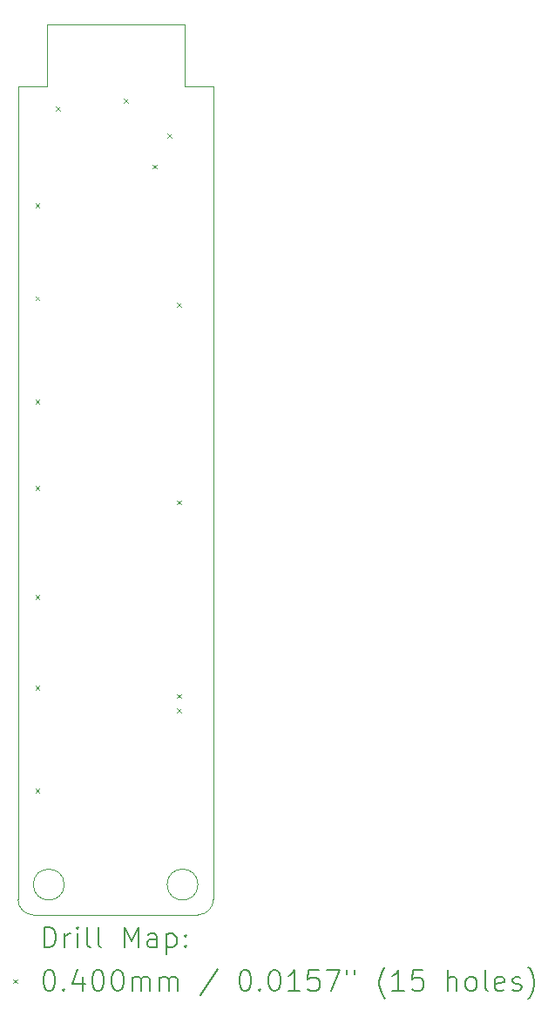
<source format=gbr>
%TF.GenerationSoftware,KiCad,Pcbnew,7.0.8*%
%TF.CreationDate,2023-10-16T19:49:08-07:00*%
%TF.ProjectId,Seismos_4-Key,53656973-6d6f-4735-9f34-2d4b65792e6b,rev?*%
%TF.SameCoordinates,Original*%
%TF.FileFunction,Drillmap*%
%TF.FilePolarity,Positive*%
%FSLAX45Y45*%
G04 Gerber Fmt 4.5, Leading zero omitted, Abs format (unit mm)*
G04 Created by KiCad (PCBNEW 7.0.8) date 2023-10-16 19:49:08*
%MOMM*%
%LPD*%
G01*
G04 APERTURE LIST*
%ADD10C,0.100000*%
%ADD11C,0.200000*%
%ADD12C,0.040000*%
G04 APERTURE END LIST*
D10*
X3750000Y-10993934D02*
X3750000Y-3100000D01*
X5500000Y-11143934D02*
X3900000Y-11143934D01*
X3749996Y-10993934D02*
G75*
G03*
X3900000Y-11143934I150004J4D01*
G01*
X4030000Y-2500000D02*
X4030000Y-3100000D01*
X3750000Y-3100000D02*
X4030000Y-3100000D01*
X5500000Y-10850000D02*
G75*
G03*
X5500000Y-10850000I-150000J0D01*
G01*
X5650000Y-3100000D02*
X5370000Y-3100000D01*
X5500000Y-11143930D02*
G75*
G03*
X5650000Y-10993934I0J150000D01*
G01*
X5650000Y-3100000D02*
X5650000Y-10993934D01*
X5370000Y-3100000D02*
X5370000Y-2500000D01*
X4200000Y-10850000D02*
G75*
G03*
X4200000Y-10850000I-150000J0D01*
G01*
X4030000Y-2500000D02*
X5370000Y-2500000D01*
D11*
D12*
X3920000Y-4240000D02*
X3960000Y-4280000D01*
X3960000Y-4240000D02*
X3920000Y-4280000D01*
X3920000Y-5140000D02*
X3960000Y-5180000D01*
X3960000Y-5140000D02*
X3920000Y-5180000D01*
X3920000Y-6140000D02*
X3960000Y-6180000D01*
X3960000Y-6140000D02*
X3920000Y-6180000D01*
X3920000Y-6980000D02*
X3960000Y-7020000D01*
X3960000Y-6980000D02*
X3920000Y-7020000D01*
X3920000Y-8040000D02*
X3960000Y-8080000D01*
X3960000Y-8040000D02*
X3920000Y-8080000D01*
X3920000Y-8920000D02*
X3960000Y-8960000D01*
X3960000Y-8920000D02*
X3920000Y-8960000D01*
X3920000Y-9920000D02*
X3960000Y-9960000D01*
X3960000Y-9920000D02*
X3920000Y-9960000D01*
X4120000Y-3300000D02*
X4160000Y-3340000D01*
X4160000Y-3300000D02*
X4120000Y-3340000D01*
X4780000Y-3220000D02*
X4820000Y-3260000D01*
X4820000Y-3220000D02*
X4780000Y-3260000D01*
X5060000Y-3860000D02*
X5100000Y-3900000D01*
X5100000Y-3860000D02*
X5060000Y-3900000D01*
X5200000Y-3560000D02*
X5240000Y-3600000D01*
X5240000Y-3560000D02*
X5200000Y-3600000D01*
X5296050Y-5200000D02*
X5336050Y-5240000D01*
X5336050Y-5200000D02*
X5296050Y-5240000D01*
X5296050Y-7120000D02*
X5336050Y-7160000D01*
X5336050Y-7120000D02*
X5296050Y-7160000D01*
X5296050Y-9000000D02*
X5336050Y-9040000D01*
X5336050Y-9000000D02*
X5296050Y-9040000D01*
X5296050Y-9140000D02*
X5336050Y-9180000D01*
X5336050Y-9140000D02*
X5296050Y-9180000D01*
D11*
X4005777Y-11460418D02*
X4005777Y-11260418D01*
X4005777Y-11260418D02*
X4053396Y-11260418D01*
X4053396Y-11260418D02*
X4081967Y-11269942D01*
X4081967Y-11269942D02*
X4101015Y-11288989D01*
X4101015Y-11288989D02*
X4110539Y-11308037D01*
X4110539Y-11308037D02*
X4120062Y-11346132D01*
X4120062Y-11346132D02*
X4120062Y-11374703D01*
X4120062Y-11374703D02*
X4110539Y-11412799D01*
X4110539Y-11412799D02*
X4101015Y-11431846D01*
X4101015Y-11431846D02*
X4081967Y-11450894D01*
X4081967Y-11450894D02*
X4053396Y-11460418D01*
X4053396Y-11460418D02*
X4005777Y-11460418D01*
X4205777Y-11460418D02*
X4205777Y-11327084D01*
X4205777Y-11365180D02*
X4215301Y-11346132D01*
X4215301Y-11346132D02*
X4224824Y-11336608D01*
X4224824Y-11336608D02*
X4243872Y-11327084D01*
X4243872Y-11327084D02*
X4262920Y-11327084D01*
X4329586Y-11460418D02*
X4329586Y-11327084D01*
X4329586Y-11260418D02*
X4320063Y-11269942D01*
X4320063Y-11269942D02*
X4329586Y-11279465D01*
X4329586Y-11279465D02*
X4339110Y-11269942D01*
X4339110Y-11269942D02*
X4329586Y-11260418D01*
X4329586Y-11260418D02*
X4329586Y-11279465D01*
X4453396Y-11460418D02*
X4434348Y-11450894D01*
X4434348Y-11450894D02*
X4424824Y-11431846D01*
X4424824Y-11431846D02*
X4424824Y-11260418D01*
X4558158Y-11460418D02*
X4539110Y-11450894D01*
X4539110Y-11450894D02*
X4529586Y-11431846D01*
X4529586Y-11431846D02*
X4529586Y-11260418D01*
X4786729Y-11460418D02*
X4786729Y-11260418D01*
X4786729Y-11260418D02*
X4853396Y-11403275D01*
X4853396Y-11403275D02*
X4920063Y-11260418D01*
X4920063Y-11260418D02*
X4920063Y-11460418D01*
X5101015Y-11460418D02*
X5101015Y-11355656D01*
X5101015Y-11355656D02*
X5091491Y-11336608D01*
X5091491Y-11336608D02*
X5072444Y-11327084D01*
X5072444Y-11327084D02*
X5034348Y-11327084D01*
X5034348Y-11327084D02*
X5015301Y-11336608D01*
X5101015Y-11450894D02*
X5081967Y-11460418D01*
X5081967Y-11460418D02*
X5034348Y-11460418D01*
X5034348Y-11460418D02*
X5015301Y-11450894D01*
X5015301Y-11450894D02*
X5005777Y-11431846D01*
X5005777Y-11431846D02*
X5005777Y-11412799D01*
X5005777Y-11412799D02*
X5015301Y-11393751D01*
X5015301Y-11393751D02*
X5034348Y-11384227D01*
X5034348Y-11384227D02*
X5081967Y-11384227D01*
X5081967Y-11384227D02*
X5101015Y-11374703D01*
X5196253Y-11327084D02*
X5196253Y-11527084D01*
X5196253Y-11336608D02*
X5215301Y-11327084D01*
X5215301Y-11327084D02*
X5253396Y-11327084D01*
X5253396Y-11327084D02*
X5272444Y-11336608D01*
X5272444Y-11336608D02*
X5281967Y-11346132D01*
X5281967Y-11346132D02*
X5291491Y-11365180D01*
X5291491Y-11365180D02*
X5291491Y-11422322D01*
X5291491Y-11422322D02*
X5281967Y-11441370D01*
X5281967Y-11441370D02*
X5272444Y-11450894D01*
X5272444Y-11450894D02*
X5253396Y-11460418D01*
X5253396Y-11460418D02*
X5215301Y-11460418D01*
X5215301Y-11460418D02*
X5196253Y-11450894D01*
X5377205Y-11441370D02*
X5386729Y-11450894D01*
X5386729Y-11450894D02*
X5377205Y-11460418D01*
X5377205Y-11460418D02*
X5367682Y-11450894D01*
X5367682Y-11450894D02*
X5377205Y-11441370D01*
X5377205Y-11441370D02*
X5377205Y-11460418D01*
X5377205Y-11336608D02*
X5386729Y-11346132D01*
X5386729Y-11346132D02*
X5377205Y-11355656D01*
X5377205Y-11355656D02*
X5367682Y-11346132D01*
X5367682Y-11346132D02*
X5377205Y-11336608D01*
X5377205Y-11336608D02*
X5377205Y-11355656D01*
D12*
X3705000Y-11768934D02*
X3745000Y-11808934D01*
X3745000Y-11768934D02*
X3705000Y-11808934D01*
D11*
X4043872Y-11680418D02*
X4062920Y-11680418D01*
X4062920Y-11680418D02*
X4081967Y-11689942D01*
X4081967Y-11689942D02*
X4091491Y-11699465D01*
X4091491Y-11699465D02*
X4101015Y-11718513D01*
X4101015Y-11718513D02*
X4110539Y-11756608D01*
X4110539Y-11756608D02*
X4110539Y-11804227D01*
X4110539Y-11804227D02*
X4101015Y-11842322D01*
X4101015Y-11842322D02*
X4091491Y-11861370D01*
X4091491Y-11861370D02*
X4081967Y-11870894D01*
X4081967Y-11870894D02*
X4062920Y-11880418D01*
X4062920Y-11880418D02*
X4043872Y-11880418D01*
X4043872Y-11880418D02*
X4024824Y-11870894D01*
X4024824Y-11870894D02*
X4015301Y-11861370D01*
X4015301Y-11861370D02*
X4005777Y-11842322D01*
X4005777Y-11842322D02*
X3996253Y-11804227D01*
X3996253Y-11804227D02*
X3996253Y-11756608D01*
X3996253Y-11756608D02*
X4005777Y-11718513D01*
X4005777Y-11718513D02*
X4015301Y-11699465D01*
X4015301Y-11699465D02*
X4024824Y-11689942D01*
X4024824Y-11689942D02*
X4043872Y-11680418D01*
X4196253Y-11861370D02*
X4205777Y-11870894D01*
X4205777Y-11870894D02*
X4196253Y-11880418D01*
X4196253Y-11880418D02*
X4186729Y-11870894D01*
X4186729Y-11870894D02*
X4196253Y-11861370D01*
X4196253Y-11861370D02*
X4196253Y-11880418D01*
X4377205Y-11747084D02*
X4377205Y-11880418D01*
X4329586Y-11670894D02*
X4281967Y-11813751D01*
X4281967Y-11813751D02*
X4405777Y-11813751D01*
X4520063Y-11680418D02*
X4539110Y-11680418D01*
X4539110Y-11680418D02*
X4558158Y-11689942D01*
X4558158Y-11689942D02*
X4567682Y-11699465D01*
X4567682Y-11699465D02*
X4577205Y-11718513D01*
X4577205Y-11718513D02*
X4586729Y-11756608D01*
X4586729Y-11756608D02*
X4586729Y-11804227D01*
X4586729Y-11804227D02*
X4577205Y-11842322D01*
X4577205Y-11842322D02*
X4567682Y-11861370D01*
X4567682Y-11861370D02*
X4558158Y-11870894D01*
X4558158Y-11870894D02*
X4539110Y-11880418D01*
X4539110Y-11880418D02*
X4520063Y-11880418D01*
X4520063Y-11880418D02*
X4501015Y-11870894D01*
X4501015Y-11870894D02*
X4491491Y-11861370D01*
X4491491Y-11861370D02*
X4481967Y-11842322D01*
X4481967Y-11842322D02*
X4472444Y-11804227D01*
X4472444Y-11804227D02*
X4472444Y-11756608D01*
X4472444Y-11756608D02*
X4481967Y-11718513D01*
X4481967Y-11718513D02*
X4491491Y-11699465D01*
X4491491Y-11699465D02*
X4501015Y-11689942D01*
X4501015Y-11689942D02*
X4520063Y-11680418D01*
X4710539Y-11680418D02*
X4729586Y-11680418D01*
X4729586Y-11680418D02*
X4748634Y-11689942D01*
X4748634Y-11689942D02*
X4758158Y-11699465D01*
X4758158Y-11699465D02*
X4767682Y-11718513D01*
X4767682Y-11718513D02*
X4777205Y-11756608D01*
X4777205Y-11756608D02*
X4777205Y-11804227D01*
X4777205Y-11804227D02*
X4767682Y-11842322D01*
X4767682Y-11842322D02*
X4758158Y-11861370D01*
X4758158Y-11861370D02*
X4748634Y-11870894D01*
X4748634Y-11870894D02*
X4729586Y-11880418D01*
X4729586Y-11880418D02*
X4710539Y-11880418D01*
X4710539Y-11880418D02*
X4691491Y-11870894D01*
X4691491Y-11870894D02*
X4681967Y-11861370D01*
X4681967Y-11861370D02*
X4672444Y-11842322D01*
X4672444Y-11842322D02*
X4662920Y-11804227D01*
X4662920Y-11804227D02*
X4662920Y-11756608D01*
X4662920Y-11756608D02*
X4672444Y-11718513D01*
X4672444Y-11718513D02*
X4681967Y-11699465D01*
X4681967Y-11699465D02*
X4691491Y-11689942D01*
X4691491Y-11689942D02*
X4710539Y-11680418D01*
X4862920Y-11880418D02*
X4862920Y-11747084D01*
X4862920Y-11766132D02*
X4872444Y-11756608D01*
X4872444Y-11756608D02*
X4891491Y-11747084D01*
X4891491Y-11747084D02*
X4920063Y-11747084D01*
X4920063Y-11747084D02*
X4939110Y-11756608D01*
X4939110Y-11756608D02*
X4948634Y-11775656D01*
X4948634Y-11775656D02*
X4948634Y-11880418D01*
X4948634Y-11775656D02*
X4958158Y-11756608D01*
X4958158Y-11756608D02*
X4977205Y-11747084D01*
X4977205Y-11747084D02*
X5005777Y-11747084D01*
X5005777Y-11747084D02*
X5024825Y-11756608D01*
X5024825Y-11756608D02*
X5034348Y-11775656D01*
X5034348Y-11775656D02*
X5034348Y-11880418D01*
X5129586Y-11880418D02*
X5129586Y-11747084D01*
X5129586Y-11766132D02*
X5139110Y-11756608D01*
X5139110Y-11756608D02*
X5158158Y-11747084D01*
X5158158Y-11747084D02*
X5186729Y-11747084D01*
X5186729Y-11747084D02*
X5205777Y-11756608D01*
X5205777Y-11756608D02*
X5215301Y-11775656D01*
X5215301Y-11775656D02*
X5215301Y-11880418D01*
X5215301Y-11775656D02*
X5224825Y-11756608D01*
X5224825Y-11756608D02*
X5243872Y-11747084D01*
X5243872Y-11747084D02*
X5272444Y-11747084D01*
X5272444Y-11747084D02*
X5291491Y-11756608D01*
X5291491Y-11756608D02*
X5301015Y-11775656D01*
X5301015Y-11775656D02*
X5301015Y-11880418D01*
X5691491Y-11670894D02*
X5520063Y-11928037D01*
X5948634Y-11680418D02*
X5967682Y-11680418D01*
X5967682Y-11680418D02*
X5986729Y-11689942D01*
X5986729Y-11689942D02*
X5996253Y-11699465D01*
X5996253Y-11699465D02*
X6005777Y-11718513D01*
X6005777Y-11718513D02*
X6015301Y-11756608D01*
X6015301Y-11756608D02*
X6015301Y-11804227D01*
X6015301Y-11804227D02*
X6005777Y-11842322D01*
X6005777Y-11842322D02*
X5996253Y-11861370D01*
X5996253Y-11861370D02*
X5986729Y-11870894D01*
X5986729Y-11870894D02*
X5967682Y-11880418D01*
X5967682Y-11880418D02*
X5948634Y-11880418D01*
X5948634Y-11880418D02*
X5929586Y-11870894D01*
X5929586Y-11870894D02*
X5920063Y-11861370D01*
X5920063Y-11861370D02*
X5910539Y-11842322D01*
X5910539Y-11842322D02*
X5901015Y-11804227D01*
X5901015Y-11804227D02*
X5901015Y-11756608D01*
X5901015Y-11756608D02*
X5910539Y-11718513D01*
X5910539Y-11718513D02*
X5920063Y-11699465D01*
X5920063Y-11699465D02*
X5929586Y-11689942D01*
X5929586Y-11689942D02*
X5948634Y-11680418D01*
X6101015Y-11861370D02*
X6110539Y-11870894D01*
X6110539Y-11870894D02*
X6101015Y-11880418D01*
X6101015Y-11880418D02*
X6091491Y-11870894D01*
X6091491Y-11870894D02*
X6101015Y-11861370D01*
X6101015Y-11861370D02*
X6101015Y-11880418D01*
X6234348Y-11680418D02*
X6253396Y-11680418D01*
X6253396Y-11680418D02*
X6272444Y-11689942D01*
X6272444Y-11689942D02*
X6281967Y-11699465D01*
X6281967Y-11699465D02*
X6291491Y-11718513D01*
X6291491Y-11718513D02*
X6301015Y-11756608D01*
X6301015Y-11756608D02*
X6301015Y-11804227D01*
X6301015Y-11804227D02*
X6291491Y-11842322D01*
X6291491Y-11842322D02*
X6281967Y-11861370D01*
X6281967Y-11861370D02*
X6272444Y-11870894D01*
X6272444Y-11870894D02*
X6253396Y-11880418D01*
X6253396Y-11880418D02*
X6234348Y-11880418D01*
X6234348Y-11880418D02*
X6215301Y-11870894D01*
X6215301Y-11870894D02*
X6205777Y-11861370D01*
X6205777Y-11861370D02*
X6196253Y-11842322D01*
X6196253Y-11842322D02*
X6186729Y-11804227D01*
X6186729Y-11804227D02*
X6186729Y-11756608D01*
X6186729Y-11756608D02*
X6196253Y-11718513D01*
X6196253Y-11718513D02*
X6205777Y-11699465D01*
X6205777Y-11699465D02*
X6215301Y-11689942D01*
X6215301Y-11689942D02*
X6234348Y-11680418D01*
X6491491Y-11880418D02*
X6377206Y-11880418D01*
X6434348Y-11880418D02*
X6434348Y-11680418D01*
X6434348Y-11680418D02*
X6415301Y-11708989D01*
X6415301Y-11708989D02*
X6396253Y-11728037D01*
X6396253Y-11728037D02*
X6377206Y-11737561D01*
X6672444Y-11680418D02*
X6577206Y-11680418D01*
X6577206Y-11680418D02*
X6567682Y-11775656D01*
X6567682Y-11775656D02*
X6577206Y-11766132D01*
X6577206Y-11766132D02*
X6596253Y-11756608D01*
X6596253Y-11756608D02*
X6643872Y-11756608D01*
X6643872Y-11756608D02*
X6662920Y-11766132D01*
X6662920Y-11766132D02*
X6672444Y-11775656D01*
X6672444Y-11775656D02*
X6681967Y-11794703D01*
X6681967Y-11794703D02*
X6681967Y-11842322D01*
X6681967Y-11842322D02*
X6672444Y-11861370D01*
X6672444Y-11861370D02*
X6662920Y-11870894D01*
X6662920Y-11870894D02*
X6643872Y-11880418D01*
X6643872Y-11880418D02*
X6596253Y-11880418D01*
X6596253Y-11880418D02*
X6577206Y-11870894D01*
X6577206Y-11870894D02*
X6567682Y-11861370D01*
X6748634Y-11680418D02*
X6881967Y-11680418D01*
X6881967Y-11680418D02*
X6796253Y-11880418D01*
X6948634Y-11680418D02*
X6948634Y-11718513D01*
X7024825Y-11680418D02*
X7024825Y-11718513D01*
X7320063Y-11956608D02*
X7310539Y-11947084D01*
X7310539Y-11947084D02*
X7291491Y-11918513D01*
X7291491Y-11918513D02*
X7281968Y-11899465D01*
X7281968Y-11899465D02*
X7272444Y-11870894D01*
X7272444Y-11870894D02*
X7262920Y-11823275D01*
X7262920Y-11823275D02*
X7262920Y-11785180D01*
X7262920Y-11785180D02*
X7272444Y-11737561D01*
X7272444Y-11737561D02*
X7281968Y-11708989D01*
X7281968Y-11708989D02*
X7291491Y-11689942D01*
X7291491Y-11689942D02*
X7310539Y-11661370D01*
X7310539Y-11661370D02*
X7320063Y-11651846D01*
X7501015Y-11880418D02*
X7386729Y-11880418D01*
X7443872Y-11880418D02*
X7443872Y-11680418D01*
X7443872Y-11680418D02*
X7424825Y-11708989D01*
X7424825Y-11708989D02*
X7405777Y-11728037D01*
X7405777Y-11728037D02*
X7386729Y-11737561D01*
X7681968Y-11680418D02*
X7586729Y-11680418D01*
X7586729Y-11680418D02*
X7577206Y-11775656D01*
X7577206Y-11775656D02*
X7586729Y-11766132D01*
X7586729Y-11766132D02*
X7605777Y-11756608D01*
X7605777Y-11756608D02*
X7653396Y-11756608D01*
X7653396Y-11756608D02*
X7672444Y-11766132D01*
X7672444Y-11766132D02*
X7681968Y-11775656D01*
X7681968Y-11775656D02*
X7691491Y-11794703D01*
X7691491Y-11794703D02*
X7691491Y-11842322D01*
X7691491Y-11842322D02*
X7681968Y-11861370D01*
X7681968Y-11861370D02*
X7672444Y-11870894D01*
X7672444Y-11870894D02*
X7653396Y-11880418D01*
X7653396Y-11880418D02*
X7605777Y-11880418D01*
X7605777Y-11880418D02*
X7586729Y-11870894D01*
X7586729Y-11870894D02*
X7577206Y-11861370D01*
X7929587Y-11880418D02*
X7929587Y-11680418D01*
X8015301Y-11880418D02*
X8015301Y-11775656D01*
X8015301Y-11775656D02*
X8005777Y-11756608D01*
X8005777Y-11756608D02*
X7986730Y-11747084D01*
X7986730Y-11747084D02*
X7958158Y-11747084D01*
X7958158Y-11747084D02*
X7939110Y-11756608D01*
X7939110Y-11756608D02*
X7929587Y-11766132D01*
X8139110Y-11880418D02*
X8120063Y-11870894D01*
X8120063Y-11870894D02*
X8110539Y-11861370D01*
X8110539Y-11861370D02*
X8101015Y-11842322D01*
X8101015Y-11842322D02*
X8101015Y-11785180D01*
X8101015Y-11785180D02*
X8110539Y-11766132D01*
X8110539Y-11766132D02*
X8120063Y-11756608D01*
X8120063Y-11756608D02*
X8139110Y-11747084D01*
X8139110Y-11747084D02*
X8167682Y-11747084D01*
X8167682Y-11747084D02*
X8186730Y-11756608D01*
X8186730Y-11756608D02*
X8196253Y-11766132D01*
X8196253Y-11766132D02*
X8205777Y-11785180D01*
X8205777Y-11785180D02*
X8205777Y-11842322D01*
X8205777Y-11842322D02*
X8196253Y-11861370D01*
X8196253Y-11861370D02*
X8186730Y-11870894D01*
X8186730Y-11870894D02*
X8167682Y-11880418D01*
X8167682Y-11880418D02*
X8139110Y-11880418D01*
X8320063Y-11880418D02*
X8301015Y-11870894D01*
X8301015Y-11870894D02*
X8291491Y-11851846D01*
X8291491Y-11851846D02*
X8291491Y-11680418D01*
X8472444Y-11870894D02*
X8453396Y-11880418D01*
X8453396Y-11880418D02*
X8415301Y-11880418D01*
X8415301Y-11880418D02*
X8396253Y-11870894D01*
X8396253Y-11870894D02*
X8386730Y-11851846D01*
X8386730Y-11851846D02*
X8386730Y-11775656D01*
X8386730Y-11775656D02*
X8396253Y-11756608D01*
X8396253Y-11756608D02*
X8415301Y-11747084D01*
X8415301Y-11747084D02*
X8453396Y-11747084D01*
X8453396Y-11747084D02*
X8472444Y-11756608D01*
X8472444Y-11756608D02*
X8481968Y-11775656D01*
X8481968Y-11775656D02*
X8481968Y-11794703D01*
X8481968Y-11794703D02*
X8386730Y-11813751D01*
X8558158Y-11870894D02*
X8577206Y-11880418D01*
X8577206Y-11880418D02*
X8615301Y-11880418D01*
X8615301Y-11880418D02*
X8634349Y-11870894D01*
X8634349Y-11870894D02*
X8643873Y-11851846D01*
X8643873Y-11851846D02*
X8643873Y-11842322D01*
X8643873Y-11842322D02*
X8634349Y-11823275D01*
X8634349Y-11823275D02*
X8615301Y-11813751D01*
X8615301Y-11813751D02*
X8586730Y-11813751D01*
X8586730Y-11813751D02*
X8567682Y-11804227D01*
X8567682Y-11804227D02*
X8558158Y-11785180D01*
X8558158Y-11785180D02*
X8558158Y-11775656D01*
X8558158Y-11775656D02*
X8567682Y-11756608D01*
X8567682Y-11756608D02*
X8586730Y-11747084D01*
X8586730Y-11747084D02*
X8615301Y-11747084D01*
X8615301Y-11747084D02*
X8634349Y-11756608D01*
X8710539Y-11956608D02*
X8720063Y-11947084D01*
X8720063Y-11947084D02*
X8739111Y-11918513D01*
X8739111Y-11918513D02*
X8748634Y-11899465D01*
X8748634Y-11899465D02*
X8758158Y-11870894D01*
X8758158Y-11870894D02*
X8767682Y-11823275D01*
X8767682Y-11823275D02*
X8767682Y-11785180D01*
X8767682Y-11785180D02*
X8758158Y-11737561D01*
X8758158Y-11737561D02*
X8748634Y-11708989D01*
X8748634Y-11708989D02*
X8739111Y-11689942D01*
X8739111Y-11689942D02*
X8720063Y-11661370D01*
X8720063Y-11661370D02*
X8710539Y-11651846D01*
M02*

</source>
